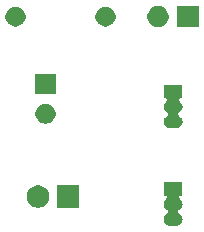
<source format=gbr>
G04 #@! TF.GenerationSoftware,KiCad,Pcbnew,(5.1.5)-3*
G04 #@! TF.CreationDate,2020-05-15T17:18:22+09:00*
G04 #@! TF.ProjectId,test1,74657374-312e-46b6-9963-61645f706362,rev?*
G04 #@! TF.SameCoordinates,Original*
G04 #@! TF.FileFunction,Soldermask,Bot*
G04 #@! TF.FilePolarity,Negative*
%FSLAX46Y46*%
G04 Gerber Fmt 4.6, Leading zero omitted, Abs format (unit mm)*
G04 Created by KiCad (PCBNEW (5.1.5)-3) date 2020-05-15 17:18:22*
%MOMM*%
%LPD*%
G04 APERTURE LIST*
%ADD10C,0.100000*%
G04 APERTURE END LIST*
D10*
G36*
X94781000Y-118051000D02*
G01*
X94616660Y-118051000D01*
X94592274Y-118053402D01*
X94568825Y-118060515D01*
X94547214Y-118072066D01*
X94528272Y-118087611D01*
X94512727Y-118106553D01*
X94501176Y-118128164D01*
X94494063Y-118151613D01*
X94491661Y-118175999D01*
X94494063Y-118200385D01*
X94501176Y-118223834D01*
X94512727Y-118245445D01*
X94528272Y-118264387D01*
X94537345Y-118272609D01*
X94614264Y-118335736D01*
X94686244Y-118423443D01*
X94720429Y-118487399D01*
X94739728Y-118523505D01*
X94739729Y-118523508D01*
X94772666Y-118632084D01*
X94783787Y-118745000D01*
X94772666Y-118857916D01*
X94743893Y-118952765D01*
X94739728Y-118966495D01*
X94720429Y-119002601D01*
X94686244Y-119066557D01*
X94614264Y-119154264D01*
X94526557Y-119226244D01*
X94445141Y-119269761D01*
X94424766Y-119283375D01*
X94407439Y-119300702D01*
X94393826Y-119321076D01*
X94384448Y-119343715D01*
X94379668Y-119367748D01*
X94379668Y-119392252D01*
X94384448Y-119416285D01*
X94393826Y-119438924D01*
X94407440Y-119459299D01*
X94424767Y-119476626D01*
X94445141Y-119490239D01*
X94526557Y-119533756D01*
X94614264Y-119605736D01*
X94686244Y-119693443D01*
X94720429Y-119757399D01*
X94739728Y-119793505D01*
X94739729Y-119793508D01*
X94772666Y-119902084D01*
X94783787Y-120015000D01*
X94772666Y-120127916D01*
X94739729Y-120236492D01*
X94739728Y-120236495D01*
X94720429Y-120272601D01*
X94686244Y-120336557D01*
X94614264Y-120424264D01*
X94526557Y-120496244D01*
X94462601Y-120530429D01*
X94426495Y-120549728D01*
X94426492Y-120549729D01*
X94317916Y-120582666D01*
X94233298Y-120591000D01*
X93726702Y-120591000D01*
X93642084Y-120582666D01*
X93533508Y-120549729D01*
X93533505Y-120549728D01*
X93497399Y-120530429D01*
X93433443Y-120496244D01*
X93345736Y-120424264D01*
X93273756Y-120336557D01*
X93239571Y-120272601D01*
X93220272Y-120236495D01*
X93220271Y-120236492D01*
X93187334Y-120127916D01*
X93176213Y-120015000D01*
X93187334Y-119902084D01*
X93220271Y-119793508D01*
X93220272Y-119793505D01*
X93239571Y-119757399D01*
X93273756Y-119693443D01*
X93345736Y-119605736D01*
X93433443Y-119533756D01*
X93514859Y-119490239D01*
X93535234Y-119476625D01*
X93552561Y-119459298D01*
X93566174Y-119438924D01*
X93575552Y-119416285D01*
X93580332Y-119392252D01*
X93580332Y-119367748D01*
X93575552Y-119343715D01*
X93566174Y-119321076D01*
X93552560Y-119300701D01*
X93535233Y-119283374D01*
X93514859Y-119269761D01*
X93433443Y-119226244D01*
X93345736Y-119154264D01*
X93273756Y-119066557D01*
X93239571Y-119002601D01*
X93220272Y-118966495D01*
X93216107Y-118952765D01*
X93187334Y-118857916D01*
X93176213Y-118745000D01*
X93187334Y-118632084D01*
X93220271Y-118523508D01*
X93220272Y-118523505D01*
X93239571Y-118487399D01*
X93273756Y-118423443D01*
X93345736Y-118335736D01*
X93422646Y-118272617D01*
X93439965Y-118255298D01*
X93453579Y-118234923D01*
X93462957Y-118212284D01*
X93467737Y-118188251D01*
X93467737Y-118163747D01*
X93462957Y-118139714D01*
X93453579Y-118117075D01*
X93439966Y-118096701D01*
X93422639Y-118079374D01*
X93402264Y-118065760D01*
X93379625Y-118056382D01*
X93355592Y-118051602D01*
X93343340Y-118051000D01*
X93179000Y-118051000D01*
X93179000Y-116899000D01*
X94781000Y-116899000D01*
X94781000Y-118051000D01*
G37*
G36*
X86041000Y-119061000D02*
G01*
X84139000Y-119061000D01*
X84139000Y-117159000D01*
X86041000Y-117159000D01*
X86041000Y-119061000D01*
G37*
G36*
X82827395Y-117195546D02*
G01*
X83000466Y-117267234D01*
X83000467Y-117267235D01*
X83156227Y-117371310D01*
X83288690Y-117503773D01*
X83288691Y-117503775D01*
X83392766Y-117659534D01*
X83464454Y-117832605D01*
X83501000Y-118016333D01*
X83501000Y-118203667D01*
X83464454Y-118387395D01*
X83392766Y-118560466D01*
X83392765Y-118560467D01*
X83288690Y-118716227D01*
X83156227Y-118848690D01*
X83142422Y-118857914D01*
X83000466Y-118952766D01*
X82827395Y-119024454D01*
X82643667Y-119061000D01*
X82456333Y-119061000D01*
X82272605Y-119024454D01*
X82099534Y-118952766D01*
X81957578Y-118857914D01*
X81943773Y-118848690D01*
X81811310Y-118716227D01*
X81707235Y-118560467D01*
X81707234Y-118560466D01*
X81635546Y-118387395D01*
X81599000Y-118203667D01*
X81599000Y-118016333D01*
X81635546Y-117832605D01*
X81707234Y-117659534D01*
X81811309Y-117503775D01*
X81811310Y-117503773D01*
X81943773Y-117371310D01*
X82099533Y-117267235D01*
X82099534Y-117267234D01*
X82272605Y-117195546D01*
X82456333Y-117159000D01*
X82643667Y-117159000D01*
X82827395Y-117195546D01*
G37*
G36*
X94781000Y-109796000D02*
G01*
X94616660Y-109796000D01*
X94592274Y-109798402D01*
X94568825Y-109805515D01*
X94547214Y-109817066D01*
X94528272Y-109832611D01*
X94512727Y-109851553D01*
X94501176Y-109873164D01*
X94494063Y-109896613D01*
X94491661Y-109920999D01*
X94494063Y-109945385D01*
X94501176Y-109968834D01*
X94512727Y-109990445D01*
X94528272Y-110009387D01*
X94537345Y-110017609D01*
X94614264Y-110080736D01*
X94686244Y-110168443D01*
X94720429Y-110232399D01*
X94739728Y-110268505D01*
X94739729Y-110268508D01*
X94772666Y-110377084D01*
X94783787Y-110490000D01*
X94772666Y-110602916D01*
X94739729Y-110711492D01*
X94739728Y-110711495D01*
X94720429Y-110747601D01*
X94686244Y-110811557D01*
X94614264Y-110899264D01*
X94526557Y-110971244D01*
X94470542Y-111001184D01*
X94445141Y-111014761D01*
X94424766Y-111028375D01*
X94407439Y-111045702D01*
X94393826Y-111066076D01*
X94384448Y-111088715D01*
X94379668Y-111112748D01*
X94379668Y-111137252D01*
X94384448Y-111161285D01*
X94393826Y-111183924D01*
X94407440Y-111204299D01*
X94424767Y-111221626D01*
X94445141Y-111235239D01*
X94526557Y-111278756D01*
X94614264Y-111350736D01*
X94686244Y-111438443D01*
X94712784Y-111488097D01*
X94739728Y-111538505D01*
X94739729Y-111538508D01*
X94772666Y-111647084D01*
X94783787Y-111760000D01*
X94772666Y-111872916D01*
X94739729Y-111981492D01*
X94739728Y-111981495D01*
X94720429Y-112017601D01*
X94686244Y-112081557D01*
X94614264Y-112169264D01*
X94526557Y-112241244D01*
X94462601Y-112275429D01*
X94426495Y-112294728D01*
X94426492Y-112294729D01*
X94317916Y-112327666D01*
X94233298Y-112336000D01*
X93726702Y-112336000D01*
X93642084Y-112327666D01*
X93533508Y-112294729D01*
X93533505Y-112294728D01*
X93497399Y-112275429D01*
X93433443Y-112241244D01*
X93345736Y-112169264D01*
X93273756Y-112081557D01*
X93239571Y-112017601D01*
X93220272Y-111981495D01*
X93220271Y-111981492D01*
X93187334Y-111872916D01*
X93176213Y-111760000D01*
X93187334Y-111647084D01*
X93220271Y-111538508D01*
X93220272Y-111538505D01*
X93247216Y-111488097D01*
X93273756Y-111438443D01*
X93345736Y-111350736D01*
X93433443Y-111278756D01*
X93514859Y-111235239D01*
X93535234Y-111221625D01*
X93552561Y-111204298D01*
X93566174Y-111183924D01*
X93575552Y-111161285D01*
X93580332Y-111137252D01*
X93580332Y-111112748D01*
X93575552Y-111088715D01*
X93566174Y-111066076D01*
X93552560Y-111045701D01*
X93535233Y-111028374D01*
X93514859Y-111014761D01*
X93489458Y-111001184D01*
X93433443Y-110971244D01*
X93345736Y-110899264D01*
X93273756Y-110811557D01*
X93239571Y-110747601D01*
X93220272Y-110711495D01*
X93220271Y-110711492D01*
X93187334Y-110602916D01*
X93176213Y-110490000D01*
X93187334Y-110377084D01*
X93220271Y-110268508D01*
X93220272Y-110268505D01*
X93239571Y-110232399D01*
X93273756Y-110168443D01*
X93345736Y-110080736D01*
X93422646Y-110017617D01*
X93439965Y-110000298D01*
X93453579Y-109979923D01*
X93462957Y-109957284D01*
X93467737Y-109933251D01*
X93467737Y-109908747D01*
X93462957Y-109884714D01*
X93453579Y-109862075D01*
X93439966Y-109841701D01*
X93422639Y-109824374D01*
X93402264Y-109810760D01*
X93379625Y-109801382D01*
X93355592Y-109796602D01*
X93343340Y-109796000D01*
X93179000Y-109796000D01*
X93179000Y-108644000D01*
X94781000Y-108644000D01*
X94781000Y-109796000D01*
G37*
G36*
X83433228Y-110266703D02*
G01*
X83588100Y-110330853D01*
X83727481Y-110423985D01*
X83846015Y-110542519D01*
X83939147Y-110681900D01*
X84003297Y-110836772D01*
X84036000Y-111001184D01*
X84036000Y-111168816D01*
X84003297Y-111333228D01*
X83939147Y-111488100D01*
X83846015Y-111627481D01*
X83727481Y-111746015D01*
X83588100Y-111839147D01*
X83433228Y-111903297D01*
X83268816Y-111936000D01*
X83101184Y-111936000D01*
X82936772Y-111903297D01*
X82781900Y-111839147D01*
X82642519Y-111746015D01*
X82523985Y-111627481D01*
X82430853Y-111488100D01*
X82366703Y-111333228D01*
X82334000Y-111168816D01*
X82334000Y-111001184D01*
X82366703Y-110836772D01*
X82430853Y-110681900D01*
X82523985Y-110542519D01*
X82642519Y-110423985D01*
X82781900Y-110330853D01*
X82936772Y-110266703D01*
X83101184Y-110234000D01*
X83268816Y-110234000D01*
X83433228Y-110266703D01*
G37*
G36*
X84036000Y-109436000D02*
G01*
X82334000Y-109436000D01*
X82334000Y-107734000D01*
X84036000Y-107734000D01*
X84036000Y-109436000D01*
G37*
G36*
X92823512Y-101973927D02*
G01*
X92972812Y-102003624D01*
X93136784Y-102071544D01*
X93284354Y-102170147D01*
X93409853Y-102295646D01*
X93508456Y-102443216D01*
X93576376Y-102607188D01*
X93611000Y-102781259D01*
X93611000Y-102958741D01*
X93576376Y-103132812D01*
X93508456Y-103296784D01*
X93409853Y-103444354D01*
X93284354Y-103569853D01*
X93136784Y-103668456D01*
X92972812Y-103736376D01*
X92823512Y-103766073D01*
X92798742Y-103771000D01*
X92621258Y-103771000D01*
X92596488Y-103766073D01*
X92447188Y-103736376D01*
X92283216Y-103668456D01*
X92135646Y-103569853D01*
X92010147Y-103444354D01*
X91911544Y-103296784D01*
X91843624Y-103132812D01*
X91809000Y-102958741D01*
X91809000Y-102781259D01*
X91843624Y-102607188D01*
X91911544Y-102443216D01*
X92010147Y-102295646D01*
X92135646Y-102170147D01*
X92283216Y-102071544D01*
X92447188Y-102003624D01*
X92596488Y-101973927D01*
X92621258Y-101969000D01*
X92798742Y-101969000D01*
X92823512Y-101973927D01*
G37*
G36*
X96151000Y-103771000D02*
G01*
X94349000Y-103771000D01*
X94349000Y-101969000D01*
X96151000Y-101969000D01*
X96151000Y-103771000D01*
G37*
G36*
X80893228Y-102051703D02*
G01*
X81048100Y-102115853D01*
X81187481Y-102208985D01*
X81306015Y-102327519D01*
X81399147Y-102466900D01*
X81463297Y-102621772D01*
X81496000Y-102786184D01*
X81496000Y-102953816D01*
X81463297Y-103118228D01*
X81399147Y-103273100D01*
X81306015Y-103412481D01*
X81187481Y-103531015D01*
X81048100Y-103624147D01*
X80893228Y-103688297D01*
X80728816Y-103721000D01*
X80561184Y-103721000D01*
X80396772Y-103688297D01*
X80241900Y-103624147D01*
X80102519Y-103531015D01*
X79983985Y-103412481D01*
X79890853Y-103273100D01*
X79826703Y-103118228D01*
X79794000Y-102953816D01*
X79794000Y-102786184D01*
X79826703Y-102621772D01*
X79890853Y-102466900D01*
X79983985Y-102327519D01*
X80102519Y-102208985D01*
X80241900Y-102115853D01*
X80396772Y-102051703D01*
X80561184Y-102019000D01*
X80728816Y-102019000D01*
X80893228Y-102051703D01*
G37*
G36*
X88513228Y-102051703D02*
G01*
X88668100Y-102115853D01*
X88807481Y-102208985D01*
X88926015Y-102327519D01*
X89019147Y-102466900D01*
X89083297Y-102621772D01*
X89116000Y-102786184D01*
X89116000Y-102953816D01*
X89083297Y-103118228D01*
X89019147Y-103273100D01*
X88926015Y-103412481D01*
X88807481Y-103531015D01*
X88668100Y-103624147D01*
X88513228Y-103688297D01*
X88348816Y-103721000D01*
X88181184Y-103721000D01*
X88016772Y-103688297D01*
X87861900Y-103624147D01*
X87722519Y-103531015D01*
X87603985Y-103412481D01*
X87510853Y-103273100D01*
X87446703Y-103118228D01*
X87414000Y-102953816D01*
X87414000Y-102786184D01*
X87446703Y-102621772D01*
X87510853Y-102466900D01*
X87603985Y-102327519D01*
X87722519Y-102208985D01*
X87861900Y-102115853D01*
X88016772Y-102051703D01*
X88181184Y-102019000D01*
X88348816Y-102019000D01*
X88513228Y-102051703D01*
G37*
M02*

</source>
